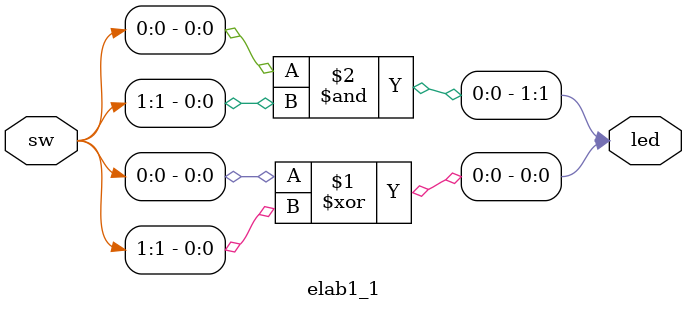
<source format=v>
module elab1_1(sw, led);
input [1:0] sw;
output [1:0] led;

assign led = {
	sw[0] & sw[1],
	sw[0] ^ sw[1]
};

endmodule

</source>
